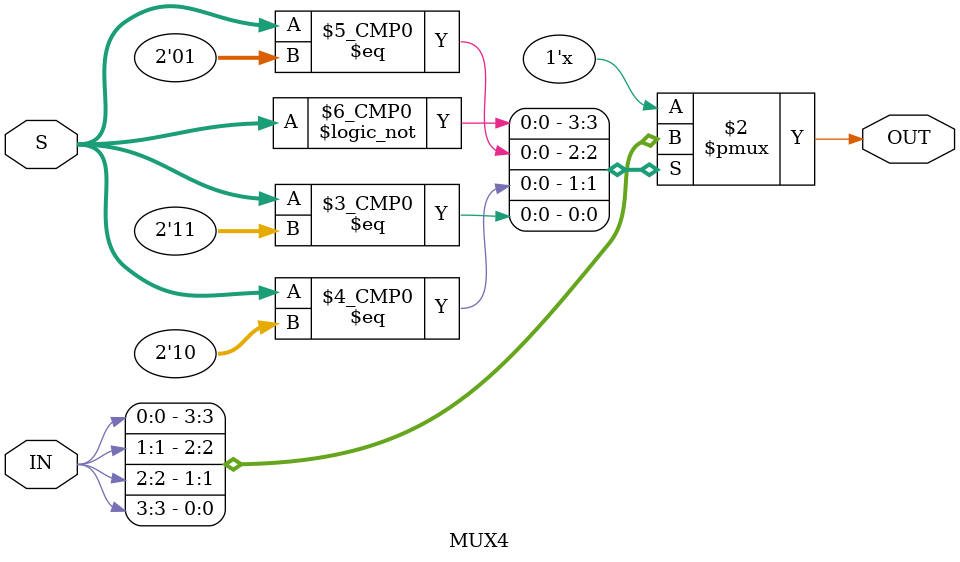
<source format=v>
`timescale 1ns / 1ps

module MUX4(
    input [3:0] IN,
    input [1:0] S,
    output reg OUT
    );
    
    always@(IN or S)
    begin
        case(S)
        2'b00 : OUT = IN[0];
        2'b01 : OUT = IN[1];
        2'b10 : OUT = IN[2];
        2'b11 : OUT = IN[3];
        endcase 
    end
    
endmodule

</source>
